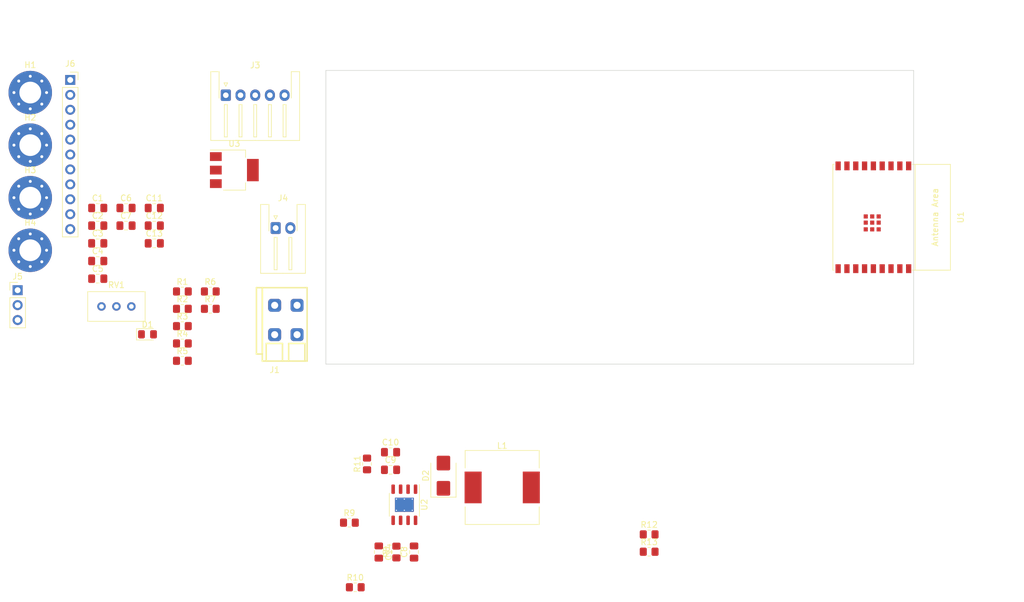
<source format=kicad_pcb>
(kicad_pcb (version 20221018) (generator pcbnew)
  (layers (0 "F.Cu" signal) (31 "B.Cu" signal) (34 "B.Paste" user) (35 "F.Paste" user) (36 "B.SilkS" user "B.Silkscreen") (37 "F.SilkS" user "F.Silkscreen") (38 "B.Mask" user) (39 "F.Mask" user) (44 "Edge.Cuts" user))
  (net 0 "")
  (net 1 "GND")
  (net 2 "Net-(U1-GPIO0{slash}ADC1_CH0{slash}XTAL_32K_P)")
  (net 3 "Net-(U1-GPIO1{slash}ADC1_CH1{slash}XTAL_32K_N)")
  (net 4 "Net-(J4-Pin_2)")
  (net 5 "Net-(J3-Pin_4)")
  (net 6 "+3V3")
  (net 7 "Net-(U1-EN{slash}CHIP_PU)")
  (net 8 "Net-(D2-K)")
  (net 9 "Net-(U2-BST)")
  (net 10 "Net-(C9-Pad1)")
  (net 11 "Net-(U2-VC)")
  (net 12 "+5V")
  (net 13 "+BATT")
  (net 14 "Net-(D1-A)")
  (net 15 "Net-(J3-Pin_3)")
  (net 16 "/USB_D+")
  (net 17 "/USB_D-")
  (net 20 "/LCD_BL")
  (net 21 "/LCD_SCK")
  (net 22 "/LCD_SDI")
  (net 23 "/LCD_RS")
  (net 24 "/LCD_RST")
  (net 25 "/LCD_SS")
  (net 26 "/LED")
  (net 27 "Net-(U2-EN)")
  (net 28 "Net-(U2-RT)")
  (net 29 "Net-(U2-FB)")
  (footprint "Capacitor_SMD:C_0805_2012Metric_Pad1.18x1.45mm_HandSolder" (layer "F.Cu") (at 56.185 92.445)
    (fp_text reference "C4" (at 0 -1.68) (layer "F.SilkS"))
    (fp_text value "1u")
    (fp_line (start -0.261252 -0.735) (end 0.261252 -0.735) (stroke (width 0.12)) (layer "F.SilkS"))
    (fp_line (start -0.261252 0.735) (end 0.261252 0.735) (stroke (width 0.12)) (layer "F.SilkS"))
    (pad "1" smd roundrect (at -1.0375 0) (size 1.175 1.45) (layers "F.Cu" "F.Paste" "F.Mask") (roundrect_rratio 0.212766) (net 1 "GND"))
    (pad "2" smd roundrect (at 1.0375 0) (size 1.175 1.45) (layers "F.Cu" "F.Paste" "F.Mask") (roundrect_rratio 0.212766) (net 5 "Net-(J3-Pin_4)"))
  )
  (footprint "MountingHole:MountingHole_3.7mm_Pad_Via" (layer "F.Cu") (at 44.705 90.615)
    (fp_text reference "H4" (at 0 -4.7) (layer "F.SilkS"))
    (fp_text value "MountingHole")
    (pad "1" thru_hole circle (at -2.775 0) (size 0.8 0.8) (drill 0.5) (layers "*.Cu" "*.Mask"))
    (pad "1" thru_hole circle (at -1.962221 -1.962221) (size 0.8 0.8) (drill 0.5) (layers "*.Cu" "*.Mask"))
    (pad "1" thru_hole circle (at -1.962221 1.962221) (size 0.8 0.8) (drill 0.5) (layers "*.Cu" "*.Mask"))
    (pad "1" thru_hole circle (at 0 -2.775) (size 0.8 0.8) (drill 0.5) (layers "*.Cu" "*.Mask"))
    (pad "1" thru_hole circle (at 0 0) (size 7.4 7.4) (drill 3.7) (layers "*.Cu" "*.Mask"))
    (pad "1" thru_hole circle (at 0 2.775) (size 0.8 0.8) (drill 0.5) (layers "*.Cu" "*.Mask"))
    (pad "1" thru_hole circle (at 1.962221 -1.962221) (size 0.8 0.8) (drill 0.5) (layers "*.Cu" "*.Mask"))
    (pad "1" thru_hole circle (at 1.962221 1.962221) (size 0.8 0.8) (drill 0.5) (layers "*.Cu" "*.Mask"))
    (pad "1" thru_hole circle (at 2.775 0) (size 0.8 0.8) (drill 0.5) (layers "*.Cu" "*.Mask"))
  )
  (footprint "Capacitor_SMD:C_0805_2012Metric_Pad1.18x1.45mm_HandSolder" (layer "F.Cu") (at 110 142 90)
    (fp_text reference "C8" (at 0 -1.68 90) (layer "F.SilkS"))
    (fp_text value "100n")
    (fp_line (start -0.261252 -0.735) (end 0.261252 -0.735) (stroke (width 0.12)) (layer "F.SilkS"))
    (fp_line (start -0.261252 0.735) (end 0.261252 0.735) (stroke (width 0.12)) (layer "F.SilkS"))
    (pad "1" smd roundrect (at -1.0375 0 90) (size 1.175 1.45) (layers "F.Cu" "F.Paste" "F.Mask") (roundrect_rratio 0.212766) (net 8 "Net-(D2-K)"))
    (pad "2" smd roundrect (at 1.0375 0 90) (size 1.175 1.45) (layers "F.Cu" "F.Paste" "F.Mask") (roundrect_rratio 0.212766) (net 9 "Net-(U2-BST)"))
  )
  (footprint "Resistor_SMD:R_0805_2012Metric_Pad1.20x1.40mm_HandSolder" (layer "F.Cu") (at 70.585 106.485)
    (fp_text reference "R4" (at 0 -1.65) (layer "F.SilkS"))
    (fp_text value "100k")
    (fp_line (start -0.227064 -0.735) (end 0.227064 -0.735) (stroke (width 0.12)) (layer "F.SilkS"))
    (fp_line (start -0.227064 0.735) (end 0.227064 0.735) (stroke (width 0.12)) (layer "F.SilkS"))
    (pad "1" smd roundrect (at -1 0) (size 1.2 1.4) (layers "F.Cu" "F.Paste" "F.Mask") (roundrect_rratio 0.208333) (net 3 "Net-(U1-GPIO1{slash}ADC1_CH1{slash}XTAL_32K_N)"))
    (pad "2" smd roundrect (at 1 0) (size 1.2 1.4) (layers "F.Cu" "F.Paste" "F.Mask") (roundrect_rratio 0.208333) (net 1 "GND"))
  )
  (footprint "Capacitor_SMD:C_0805_2012Metric_Pad1.18x1.45mm_HandSolder" (layer "F.Cu") (at 56.185 89.435)
    (fp_text reference "C3" (at 0 -1.68) (layer "F.SilkS"))
    (fp_text value "1u")
    (fp_line (start -0.261252 -0.735) (end 0.261252 -0.735) (stroke (width 0.12)) (layer "F.SilkS"))
    (fp_line (start -0.261252 0.735) (end 0.261252 0.735) (stroke (width 0.12)) (layer "F.SilkS"))
    (pad "1" smd roundrect (at -1.0375 0) (size 1.175 1.45) (layers "F.Cu" "F.Paste" "F.Mask") (roundrect_rratio 0.212766) (net 1 "GND"))
    (pad "2" smd roundrect (at 1.0375 0) (size 1.175 1.45) (layers "F.Cu" "F.Paste" "F.Mask") (roundrect_rratio 0.212766) (net 4 "Net-(J4-Pin_2)"))
  )
  (footprint "Capacitor_SMD:C_0805_2012Metric_Pad1.18x1.45mm_HandSolder" (layer "F.Cu") (at 106 125)
    (fp_text reference "C10" (at 0 -1.68) (layer "F.SilkS"))
    (fp_text value "???")
    (fp_line (start -0.261252 -0.735) (end 0.261252 -0.735) (stroke (width 0.12)) (layer "F.SilkS"))
    (fp_line (start -0.261252 0.735) (end 0.261252 0.735) (stroke (width 0.12)) (layer "F.SilkS"))
    (pad "1" smd roundrect (at -1.0375 0) (size 1.175 1.45) (layers "F.Cu" "F.Paste" "F.Mask") (roundrect_rratio 0.212766) (net 1 "GND"))
    (pad "2" smd roundrect (at 1.0375 0) (size 1.175 1.45) (layers "F.Cu" "F.Paste" "F.Mask") (roundrect_rratio 0.212766) (net 11 "Net-(U2-VC)"))
  )
  (footprint "Resistor_SMD:R_0805_2012Metric_Pad1.20x1.40mm_HandSolder" (layer "F.Cu") (at 150 141.95)
    (fp_text reference "R13" (at 0 -1.65) (layer "F.SilkS"))
    (fp_text value "750R")
    (fp_line (start -0.227064 -0.735) (end 0.227064 -0.735) (stroke (width 0.12)) (layer "F.SilkS"))
    (fp_line (start -0.227064 0.735) (end 0.227064 0.735) (stroke (width 0.12)) (layer "F.SilkS"))
    (pad "1" smd roundrect (at -1 0) (size 1.2 1.4) (layers "F.Cu" "F.Paste" "F.Mask") (roundrect_rratio 0.208333) (net 29 "Net-(U2-FB)"))
    (pad "2" smd roundrect (at 1 0) (size 1.2 1.4) (layers "F.Cu" "F.Paste" "F.Mask") (roundrect_rratio 0.208333) (net 1 "GND"))
  )
  (footprint "Resistor_SMD:R_0805_2012Metric_Pad1.20x1.40mm_HandSolder" (layer "F.Cu") (at 75.335 97.635)
    (fp_text reference "R6" (at 0 -1.65) (layer "F.SilkS"))
    (fp_text value "10k")
    (fp_line (start -0.227064 -0.735) (end 0.227064 -0.735) (stroke (width 0.12)) (layer "F.SilkS"))
    (fp_line (start -0.227064 0.735) (end 0.227064 0.735) (stroke (width 0.12)) (layer "F.SilkS"))
    (pad "1" smd roundrect (at -1 0) (size 1.2 1.4) (layers "F.Cu" "F.Paste" "F.Mask") (roundrect_rratio 0.208333) (net 6 "+3V3"))
    (pad "2" smd roundrect (at 1 0) (size 1.2 1.4) (layers "F.Cu" "F.Paste" "F.Mask") (roundrect_rratio 0.208333) (net 7 "Net-(U1-EN{slash}CHIP_PU)"))
  )
  (footprint "Resistor_SMD:R_0805_2012Metric_Pad1.20x1.40mm_HandSolder" (layer "F.Cu") (at 70.585 100.585)
    (fp_text reference "R2" (at 0 -1.65) (layer "F.SilkS"))
    (fp_text value "3k9")
    (fp_line (start -0.227064 -0.735) (end 0.227064 -0.735) (stroke (width 0.12)) (layer "F.SilkS"))
    (fp_line (start -0.227064 0.735) (end 0.227064 0.735) (stroke (width 0.12)) (layer "F.SilkS"))
    (pad "1" smd roundrect (at -1 0) (size 1.2 1.4) (layers "F.Cu" "F.Paste" "F.Mask") (roundrect_rratio 0.208333) (net 2 "Net-(U1-GPIO0{slash}ADC1_CH0{slash}XTAL_32K_P)"))
    (pad "2" smd roundrect (at 1 0) (size 1.2 1.4) (layers "F.Cu" "F.Paste" "F.Mask") (roundrect_rratio 0.208333) (net 1 "GND"))
  )
  (footprint "Capacitor_SMD:C_0805_2012Metric_Pad1.18x1.45mm_HandSolder" (layer "F.Cu") (at 104 142 -90)
    (fp_text reference "C14" (at 0 -1.68 90) (layer "F.SilkS"))
    (fp_text value "10u/100V")
    (fp_line (start -0.261252 -0.735) (end 0.261252 -0.735) (stroke (width 0.12)) (layer "F.SilkS"))
    (fp_line (start -0.261252 0.735) (end 0.261252 0.735) (stroke (width 0.12)) (layer "F.SilkS"))
    (pad "1" smd roundrect (at -1.0375 0 270) (size 1.175 1.45) (layers "F.Cu" "F.Paste" "F.Mask") (roundrect_rratio 0.212766) (net 1 "GND"))
    (pad "2" smd roundrect (at 1.0375 0 270) (size 1.175 1.45) (layers "F.Cu" "F.Paste" "F.Mask") (roundrect_rratio 0.212766) (net 13 "+BATT"))
  )
  (footprint "Drake:DG235-3.81-02P" (layer "F.Cu") (at 86.287 99.987)
    (fp_text reference "J1" (at 0 11) (layer "F.SilkS"))
    (fp_text value "BATT")
    (fp_line (start -3.1 -3) (end -3.099999 8.301751) (stroke (width 0.254)) (layer "F.SilkS"))
    (fp_line (start -3.1 -3) (end -2.1 -3) (stroke (width 0.254)) (layer "F.SilkS"))
    (fp_line (start -3.099999 8.301751) (end -2.1 8.301751) (stroke (width 0.254)) (layer "F.SilkS"))
    (fp_line (start -2.1 -3) (end -2.1 8.301751) (stroke (width 0.254)) (layer "F.SilkS"))
    (fp_line (start -2.1 -3) (end -2.1 9.5) (stroke (width 0.254)) (layer "F.SilkS"))
    (fp_line (start -2.1 -3) (end 5.52 -3) (stroke (width 0.254)) (layer "F.SilkS"))
    (fp_line (start -2.1 9.5) (end 5.52 9.499999) (stroke (width 0.254)) (layer "F.SilkS"))
    (fp_line (start -1.432999 9.5) (end -1.432999 6.5) (stroke (width 0.254)) (layer "F.SilkS"))
    (fp_line (start 1.329 6.5) (end -1.432999 6.5) (stroke (width 0.254)) (layer "F.SilkS"))
    (fp_line (start 1.329 9.5) (end 1.329 6.5) (stroke (width 0.254)) (layer "F.SilkS"))
    (fp_line (start 2.377 9.5) (end 2.377 6.5) (stroke (width 0.254)) (layer "F.SilkS"))
    (fp_line (start 5.139 6.5) (end 2.377 6.5) (stroke (width 0.254)) (layer "F.SilkS"))
    (fp_line (start 5.139 9.5) (end 5.139 6.5) (stroke (width 0.254)) (layer "F.SilkS"))
    (fp_line (start 5.52 -3) (end 5.52 9.499999) (stroke (width 0.254)) (layer "F.SilkS"))
    (pad "1" thru_hole roundrect (at 0 0) (size 2.2 2.2) (drill 1.2) (layers "*.Cu" "*.Mask") (net 1 "GND"))
    (pad "1" thru_hole roundrect (at 0 5) (size 2.2 2.2) (drill 1.2) (layers "*.Cu" "*.Mask") (net 1 "GND"))
    (pad "2" thru_hole roundrect (at 3.81 0) (size 2.2 2.2) (drill 1.2) (layers "*.Cu" "*.Mask") (net 13 "+BATT"))
    (pad "2" thru_hole roundrect (at 3.81 5) (size 2.2 2.2) (drill 1.2) (layers "*.Cu" "*.Mask") (net 13 "+BATT"))
  )
  (footprint "Resistor_SMD:R_0805_2012Metric_Pad1.20x1.40mm_HandSolder" (layer "F.Cu") (at 100 148)
    (fp_text reference "R10" (at 0 -1.65) (layer "F.SilkS"))
    (fp_text value "47k")
    (fp_line (start -0.227064 -0.735) (end 0.227064 -0.735) (stroke (width 0.12)) (layer "F.SilkS"))
    (fp_line (start -0.227064 0.735) (end 0.227064 0.735) (stroke (width 0.12)) (layer "F.SilkS"))
    (pad "1" smd roundrect (at -1 0) (size 1.2 1.4) (layers "F.Cu" "F.Paste" "F.Mask") (roundrect_rratio 0.208333) (net 28 "Net-(U2-RT)"))
    (pad "2" smd roundrect (at 1 0) (size 1.2 1.4) (layers "F.Cu" "F.Paste" "F.Mask") (roundrect_rratio 0.208333) (net 1 "GND"))
  )
  (footprint "Resistor_SMD:R_0805_2012Metric_Pad1.20x1.40mm_HandSolder" (layer "F.Cu") (at 150 139)
    (fp_text reference "R12" (at 0 -1.65) (layer "F.SilkS"))
    (fp_text value "3k")
    (fp_line (start -0.227064 -0.735) (end 0.227064 -0.735) (stroke (width 0.12)) (layer "F.SilkS"))
    (fp_line (start -0.227064 0.735) (end 0.227064 0.735) (stroke (width 0.12)) (layer "F.SilkS"))
    (pad "1" smd roundrect (at -1 0) (size 1.2 1.4) (layers "F.Cu" "F.Paste" "F.Mask") (roundrect_rratio 0.208333) (net 12 "+5V"))
    (pad "2" smd roundrect (at 1 0) (size 1.2 1.4) (layers "F.Cu" "F.Paste" "F.Mask") (roundrect_rratio 0.208333) (net 29 "Net-(U2-FB)"))
  )
  (footprint "MountingHole:MountingHole_3.7mm_Pad_Via" (layer "F.Cu") (at 44.705 63.765)
    (fp_text reference "H1" (at 0 -4.7) (layer "F.SilkS"))
    (fp_text value "MountingHole")
    (pad "1" thru_hole circle (at -2.775 0) (size 0.8 0.8) (drill 0.5) (layers "*.Cu" "*.Mask"))
    (pad "1" thru_hole circle (at -1.962221 -1.962221) (size 0.8 0.8) (drill 0.5) (layers "*.Cu" "*.Mask"))
    (pad "1" thru_hole circle (at -1.962221 1.962221) (size 0.8 0.8) (drill 0.5) (layers "*.Cu" "*.Mask"))
    (pad "1" thru_hole circle (at 0 -2.775) (size 0.8 0.8) (drill 0.5) (layers "*.Cu" "*.Mask"))
    (pad "1" thru_hole circle (at 0 0) (size 7.4 7.4) (drill 3.7) (layers "*.Cu" "*.Mask"))
    (pad "1" thru_hole circle (at 0 2.775) (size 0.8 0.8) (drill 0.5) (layers "*.Cu" "*.Mask"))
    (pad "1" thru_hole circle (at 1.962221 -1.962221) (size 0.8 0.8) (drill 0.5) (layers "*.Cu" "*.Mask"))
    (pad "1" thru_hole circle (at 1.962221 1.962221) (size 0.8 0.8) (drill 0.5) (layers "*.Cu" "*.Mask"))
    (pad "1" thru_hole circle (at 2.775 0) (size 0.8 0.8) (drill 0.5) (layers "*.Cu" "*.Mask"))
  )
  (footprint "Resistor_SMD:R_0805_2012Metric_Pad1.20x1.40mm_HandSolder" (layer "F.Cu") (at 99 137)
    (fp_text reference "R9" (at 0 -1.65) (layer "F.SilkS"))
    (fp_text value "20k")
    (fp_line (start -0.227064 -0.735) (end 0.227064 -0.735) (stroke (width 0.12)) (layer "F.SilkS"))
    (fp_line (start -0.227064 0.735) (end 0.227064 0.735) (stroke (width 0.12)) (layer "F.SilkS"))
    (pad "1" smd roundrect (at -1 0) (size 1.2 1.4) (layers "F.Cu" "F.Paste" "F.Mask") (roundrect_rratio 0.208333) (net 27 "Net-(U2-EN)"))
    (pad "2" smd roundrect (at 1 0) (size 1.2 1.4) (layers "F.Cu" "F.Paste" "F.Mask") (roundrect_rratio 0.208333) (net 1 "GND"))
  )
  (footprint "LED_SMD:LED_0805_2012Metric_Pad1.15x1.40mm_HandSolder" (layer "F.Cu") (at 64.65 104.93)
    (fp_text reference "D1" (at 0 -1.65) (layer "F.SilkS"))
    (fp_text value "LED")
    (fp_line (start -1.86 -0.96) (end -1.86 0.96) (stroke (width 0.12)) (layer "F.SilkS"))
    (fp_line (start -1.86 0.96) (end 1 0.96) (stroke (width 0.12)) (layer "F.SilkS"))
    (fp_line (start 1 -0.96) (end -1.86 -0.96) (stroke (width 0.12)) (layer "F.SilkS"))
    (pad "1" smd roundrect (at -1.025 0) (size 1.15 1.4) (layers "F.Cu" "F.Paste" "F.Mask") (roundrect_rratio 0.217391) (net 1 "GND"))
    (pad "2" smd roundrect (at 1.025 0) (size 1.15 1.4) (layers "F.Cu" "F.Paste" "F.Mask") (roundrect_rratio 0.217391) (net 14 "Net-(D1-A)"))
  )
  (footprint "Capacitor_SMD:C_0805_2012Metric_Pad1.18x1.45mm_HandSolder" (layer "F.Cu") (at 56.185 95.455)
    (fp_text reference "C5" (at 0 -1.68) (layer "F.SilkS"))
    (fp_text value "47u")
    (fp_line (start -0.261252 -0.735) (end 0.261252 -0.735) (stroke (width 0.12)) (layer "F.SilkS"))
    (fp_line (start -0.261252 0.735) (end 0.261252 0.735) (stroke (width 0.12)) (layer "F.SilkS"))
    (pad "1" smd roundrect (at -1.0375 0) (size 1.175 1.45) (layers "F.Cu" "F.Paste" "F.Mask") (roundrect_rratio 0.212766) (net 1 "GND"))
    (pad "2" smd roundrect (at 1.0375 0) (size 1.175 1.45) (layers "F.Cu" "F.Paste" "F.Mask") (roundrect_rratio 0.212766) (net 6 "+3V3"))
  )
  (footprint "Capacitor_SMD:C_0805_2012Metric_Pad1.18x1.45mm_HandSolder" (layer "F.Cu") (at 65.805 83.415)
    (fp_text reference "C11" (at 0 -1.68) (layer "F.SilkS"))
    (fp_text value "47u")
    (fp_line (start -0.261252 -0.735) (end 0.261252 -0.735) (stroke (width 0.12)) (layer "F.SilkS"))
    (fp_line (start -0.261252 0.735) (end 0.261252 0.735) (stroke (width 0.12)) (layer "F.SilkS"))
    (pad "1" smd roundrect (at -1.0375 0) (size 1.175 1.45) (layers "F.Cu" "F.Paste" "F.Mask") (roundrect_rratio 0.212766) (net 1 "GND"))
    (pad "2" smd roundrect (at 1.0375 0) (size 1.175 1.45) (layers "F.Cu" "F.Paste" "F.Mask") (roundrect_rratio 0.212766) (net 12 "+5V"))
  )
  (footprint "Inductor_SMD:L_12x12mm_H6mm" (layer "F.Cu") (at 125 131)
    (fp_text reference "L1" (at 0 -7.1) (layer "F.SilkS"))
    (fp_text value "33uH")
    (fp_line (start -6.3 -6.3) (end 6.3 -6.3) (stroke (width 0.12)) (layer "F.SilkS"))
    (fp_line (start -6.3 -3.3) (end -6.3 -6.3) (stroke (width 0.12)) (layer "F.SilkS"))
    (fp_line (start -6.3 6.3) (end -6.3 3.3) (stroke (width 0.12)) (layer "F.SilkS"))
    (fp_line (start 6.3 -6.3) (end 6.3 -3.3) (stroke (width 0.12)) (layer "F.SilkS"))
    (fp_line (start 6.3 3.3) (end 6.3 6.3) (stroke (width 0.12)) (layer "F.SilkS"))
    (fp_line (start 6.3 6.3) (end -6.3 6.3) (stroke (width 0.12)) (layer "F.SilkS"))
    (pad "1" smd rect (at -4.95 0) (size 2.9 5.4) (layers "F.Cu" "F.Paste" "F.Mask") (net 8 "Net-(D2-K)"))
    (pad "2" smd rect (at 4.95 0) (size 2.9 5.4) (layers "F.Cu" "F.Paste" "F.Mask") (net 12 "+5V"))
  )
  (footprint "Capacitor_SMD:C_0805_2012Metric_Pad1.18x1.45mm_HandSolder" (layer "F.Cu") (at 65.805 89.435)
    (fp_text reference "C13" (at 0 -1.68) (layer "F.SilkS"))
    (fp_text value "10u")
    (fp_line (start -0.261252 -0.735) (end 0.261252 -0.735) (stroke (width 0.12)) (layer "F.SilkS"))
    (fp_line (start -0.261252 0.735) (end 0.261252 0.735) (stroke (width 0.12)) (layer "F.SilkS"))
    (pad "1" smd roundrect (at -1.0375 0) (size 1.175 1.45) (layers "F.Cu" "F.Paste" "F.Mask") (roundrect_rratio 0.212766) (net 1 "GND"))
    (pad "2" smd roundrect (at 1.0375 0) (size 1.175 1.45) (layers "F.Cu" "F.Paste" "F.Mask") (roundrect_rratio 0.212766) (net 6 "+3V3"))
  )
  (footprint "Potentiometer_THT:Potentiometer_Bourns_3296W_Vertical" (layer "F.Cu") (at 61.905 100.185)
    (fp_text reference "RV1" (at -2.54 -3.66) (layer "F.SilkS"))
    (fp_text value "10k")
    (fp_line (start -7.425 -2.53) (end -7.425 2.54) (stroke (width 0.12)) (layer "F.SilkS"))
    (fp_line (start -7.425 -2.53) (end 2.345 -2.53) (stroke (width 0.12)) (layer "F.SilkS"))
    (fp_line (start -7.425 2.54) (end 2.345 2.54) (stroke (width 0.12)) (layer "F.SilkS"))
    (fp_line (start 2.345 -2.53) (end 2.345 2.54) (stroke (width 0.12)) (layer "F.SilkS"))
    (pad "1" thru_hole circle (at 0 0) (size 1.44 1.44) (drill 0.8) (layers "*.Cu" "*.Mask") (net 1 "GND"))
    (pad "2" thru_hole circle (at -2.54 0) (size 1.44 1.44) (drill 0.8) (layers "*.Cu" "*.Mask") (net 5 "Net-(J3-Pin_4)"))
    (pad "3" thru_hole circle (at -5.08 0) (size 1.44 1.44) (drill 0.8) (layers "*.Cu" "*.Mask") (net 12 "+5V"))
  )
  (footprint "Package_SO:HTSOP-8-1EP_3.9x4.9mm_P1.27mm_EP2.4x3.2mm_ThermalVias" (layer "F.Cu") (at 108.35 133.95 -90)
    (fp_text reference "U2" (at 0 -3.4 90) (layer "F.SilkS"))
    (fp_text value "BD9G341EFJ")
    (fp_line (start 0 -2.56) (end -3.45 -2.56) (stroke (width 0.12)) (layer "F.SilkS"))
    (fp_line (start 0 -2.56) (end 1.95 -2.56) (stroke (width 0.12)) (layer "F.SilkS"))
    (fp_line (start 0 2.56) (end -1.95 2.56) (stroke (width 0.12)) (layer "F.SilkS"))
    (fp_line (start 0 2.56) (end 1.95 2.56) (stroke (width 0.12)) (layer "F.SilkS"))
    (pad "1" smd roundrect (at -2.65 -1.905 270) (size 1.6 0.6) (layers "F.Cu" "F.Paste" "F.Mask") (net 8 "Net-(D2-K)"))
    (pad "2" smd roundrect (at -2.65 -0.635 270) (size 1.6 0.6) (layers "F.Cu" "F.Paste" "F.Mask") (net 1 "GND"))
    (pad "3" smd roundrect (at -2.65 0.635 270) (size 1.6 0.6) (layers "F.Cu" "F.Paste" "F.Mask") (net 11 "Net-(U2-VC)"))
    (pad "4" smd roundrect (at -2.65 1.905 270) (size 1.6 0.6) (layers "F.Cu" "F.Paste" "F.Mask") (net 29 "Net-(U2-FB)"))
    (pad "5" smd roundrect (at 2.65 1.905 270) (size 1.6 0.6) (layers "F.Cu" "F.Paste" "F.Mask") (net 28 "Net-(U2-RT)"))
    (pad "6" smd roundrect (at 2.65 0.635 270) (size 1.6 0.6) (layers "F.Cu" "F.Paste" "F.Mask") (net 27 "Net-(U2-EN)"))
    (pad "7" smd roundrect (at 2.65 -0.635 270) (size 1.6 0.6) (layers "F.Cu" "F.Paste" "F.Mask") (net 9 "Net-(U2-BST)"))
    (pad "8" smd roundrect (at 2.65 -1.905 270) (size 1.6 0.6) (layers "F.Cu" "F.Paste" "F.Mask") (net 13 "+BATT"))
    (pad "9" thru_hole circle (at -0.95 -1.35 270) (size 0.5 0.5) (drill 0.2) (layers "*.Cu"))
    (pad "9" thru_hole circle (at -0.95 0 270) (size 0.5 0.5) (drill 0.2) (layers "*.Cu"))
    (pad "9" thru_hole circle (at -0.95 1.35 270) (size 0.5 0.5) (drill 0.2) (layers "*.Cu"))
    (pad "9" smd rect (at 0 0 270) (size 2.4 3.2) (layers "F.Cu" "F.Mask"))
    (pad "9" smd rect (at 0 0 270) (size 2.4 3.2) (layers "B.Cu"))
    (pad "9" thru_hole circle (at 0.95 -1.35 270) (size 0.5 0.5) (drill 0.2) (layers "*.Cu"))
    (pad "9" thru_hole circle (at 0.95 0 270) (size 0.5 0.5) (drill 0.2) (layers "*.Cu"))
    (pad "9" thru_hole circle (at 0.95 1.35 270) (size 0.5 0.5) (drill 0.2) (layers "*.Cu"))
  )
  (footprint "Resistor_SMD:R_0805_2012Metric_Pad1.20x1.40mm_HandSolder" (layer "F.Cu") (at 70.585 103.535)
    (fp_text reference "R3" (at 0 -1.65) (layer "F.SilkS"))
    (fp_text value "27k")
    (fp_line (start -0.227064 -0.735) (end 0.227064 -0.735) (stroke (width 0.12)) (layer "F.SilkS"))
    (fp_line (start -0.227064 0.735) (end 0.227064 0.735) (stroke (width 0.12)) (layer "F.SilkS"))
    (pad "1" smd roundrect (at -1 0) (size 1.2 1.4) (layers "F.Cu" "F.Paste" "F.Mask") (roundrect_rratio 0.208333) (net 15 "Net-(J3-Pin_3)"))
    (pad "2" smd roundrect (at 1 0) (size 1.2 1.4) (layers "F.Cu" "F.Paste" "F.Mask") (roundrect_rratio 0.208333) (net 3 "Net-(U1-GPIO1{slash}ADC1_CH1{slash}XTAL_32K_N)"))
  )
  (footprint "Resistor_SMD:R_0805_2012Metric_Pad1.20x1.40mm_HandSolder" (layer "F.Cu") (at 70.585 109.435)
    (fp_text reference "R5" (at 0 -1.65) (layer "F.SilkS"))
    (fp_text value "27k")
    (fp_line (start -0.227064 -0.735) (end 0.227064 -0.735) (stroke (width 0.12)) (layer "F.SilkS"))
    (fp_line (start -0.227064 0.735) (end 0.227064 0.735) (stroke (width 0.12)) (layer "F.SilkS"))
    (pad "1" smd roundrect (at -1 0) (size 1.2 1.4) (layers "F.Cu" "F.Paste" "F.Mask") (roundrect_rratio 0.208333) (net 6 "+3V3"))
    (pad "2" smd roundrect (at 1 0) (size 1.2 1.4) (layers "F.Cu" "F.Paste" "F.Mask") (roundrect_rratio 0.208333) (net 4 "Net-(J4-Pin_2)"))
  )
  (footprint "Capacitor_SMD:C_0805_2012Metric_Pad1.18x1.45mm_HandSolder" (layer "F.Cu") (at 56.185 86.425)
    (fp_text reference "C2" (at 0 -1.68) (layer "F.SilkS"))
    (fp_text value "1u")
    (fp_line (start -0.261252 -0.735) (end 0.261252 -0.735) (stroke (width 0.12)) (layer "F.SilkS"))
    (fp_line (start -0.261252 0.735) (end 0.261252 0.735) (stroke (width 0.12)) (layer "F.SilkS"))
    (pad "1" smd roundrect (at -1.0375 0) (size 1.175 1.45) (layers "F.Cu" "F.Paste" "F.Mask") (roundrect_rratio 0.212766) (net 1 "GND"))
    (pad "2" smd roundrect (at 1.0375 0) (size 1.175 1.45) (layers "F.Cu" "F.Paste" "F.Mask") (roundrect_rratio 0.212766) (net 3 "Net-(U1-GPIO1{slash}ADC1_CH1{slash}XTAL_32K_N)"))
  )
  (footprint "Capacitor_SMD:C_0805_2012Metric_Pad1.18x1.45mm_HandSolder" (layer "F.Cu") (at 56.185 83.415)
    (fp_text reference "C1" (at 0 -1.68) (layer "F.SilkS"))
    (fp_text value "1u")
    (fp_line (start -0.261252 -0.735) (end 0.261252 -0.735) (stroke (width 0.12)) (layer "F.SilkS"))
    (fp_line (start -0.261252 0.735) (end 0.261252 0.735) (stroke (width 0.12)) (layer "F.SilkS"))
    (pad "1" smd roundrect (at -1.0375 0) (size 1.175 1.45) (layers "F.Cu" "F.Paste" "F.Mask") (roundrect_rratio 0.212766) (net 1 "GND"))
    (pad "2" smd roundrect (at 1.0375 0) (size 1.175 1.45) (layers "F.Cu" "F.Paste" "F.Mask") (roundrect_rratio 0.212766) (net 2 "Net-(U1-GPIO0{slash}ADC1_CH0{slash}XTAL_32K_P)"))
  )
  (footprint "Capacitor_SMD:C_0805_2012Metric_Pad1.18x1.45mm_HandSolder" (layer "F.Cu") (at 106 128)
    (fp_text reference "C9" (at 0 -1.68) (layer "F.SilkS"))
    (fp_text value "6n8")
    (fp_line (start -0.261252 -0.735) (end 0.261252 -0.735) (stroke (width 0.12)) (layer "F.SilkS"))
    (fp_line (start -0.261252 0.735) (end 0.261252 0.735) (stroke (width 0.12)) (layer "F.SilkS"))
    (pad "1" smd roundrect (at -1.0375 0) (size 1.175 1.45) (layers "F.Cu" "F.Paste" "F.Mask") (roundrect_rratio 0.212766) (net 10 "Net-(C9-Pad1)"))
    (pad "2" smd roundrect (at 1.0375 0) (size 1.175 1.45) (layers "F.Cu" "F.Paste" "F.Mask") (roundrect_rratio 0.212766) (net 11 "Net-(U2-VC)"))
  )
  (footprint "Capacitor_SMD:C_0805_2012Metric_Pad1.18x1.45mm_HandSolder" (layer "F.Cu") (at 65.805 86.425)
    (fp_text reference "C12" (at 0 -1.68) (layer "F.SilkS"))
    (fp_text value "47u")
    (fp_line (start -0.261252 -0.735) (end 0.261252 -0.735) (stroke (width 0.12)) (layer "F.SilkS"))
    (fp_line (start -0.261252 0.735) (end 0.261252 0.735) (stroke (width 0.12)) (layer "F.SilkS"))
    (pad "1" smd roundrect (at -1.0375 0) (size 1.175 1.45) (layers "F.Cu" "F.Paste" "F.Mask") (roundrect_rratio 0.212766) (net 1 "GND"))
    (pad "2" smd roundrect (at 1.0375 0) (size 1.175 1.45) (layers "F.Cu" "F.Paste" "F.Mask") (roundrect_rratio 0.212766) (net 12 "+5V"))
  )
  (footprint "Capacitor_SMD:C_0805_2012Metric_Pad1.18x1.45mm_HandSolder" (layer "F.Cu") (at 60.995 83.415)
    (fp_text reference "C6" (at 0 -1.68) (layer "F.SilkS"))
    (fp_text value "1u")
    (fp_line (start -0.261252 -0.735) (end 0.261252 -0.735) (stroke (width 0.12)) (layer "F.SilkS"))
    (fp_line (start -0.261252 0.735) (end 0.261252 0.735) (stroke (width 0.12)) (layer "F.SilkS"))
    (pad "1" smd roundrect (at -1.0375 0) (size 1.175 1.45) (layers "F.Cu" "F.Paste" "F.Mask") (roundrect_rratio 0.212766) (net 1 "GND"))
    (pad "2" smd roundrect (at 1.0375 0) (size 1.175 1.45) (layers "F.Cu" "F.Paste" "F.Mask") (roundrect_rratio 0.212766) (net 7 "Net-(U1-EN{slash}CHIP_PU)"))
  )
  (footprint "Connector_PinSocket_2.54mm:PinSocket_1x11_P2.54mm_Vertical" (layer "F.Cu") (at 51.505 61.615)
    (fp_text reference "J6" (at 0 -2.77) (layer "F.SilkS"))
    (fp_text value "ILI9225")
    (fp_line (start -1.33 1.27) (end -1.33 26.73) (stroke (width 0.12)) (layer "F.SilkS"))
    (fp_line (start -1.33 1.27) (end 1.33 1.27) (stroke (width 0.12)) (layer "F.SilkS"))
    (fp_line (start -1.33 26.73) (end 1.33 26.73) (stroke (width 0.12)) (layer "F.SilkS"))
    (fp_line (start 0 -1.33) (end 1.33 -1.33) (stroke (width 0.12)) (layer "F.SilkS"))
    (fp_line (start 1.33 -1.33) (end 1.33 0) (stroke (width 0.12)) (layer "F.SilkS"))
    (fp_line (start 1.33 1.27) (end 1.33 26.73) (stroke (width 0.12)) (layer "F.SilkS"))
    (pad "1" thru_hole rect (at 0 0) (size 1.7 1.7) (drill 1) (layers "*.Cu" "*.Mask") (net 12 "+5V"))
    (pad "2" thru_hole oval (at 0 2.54) (size 1.7 1.7) (drill 1) (layers "*.Cu" "*.Mask") (net 1 "GND"))
    (pad "3" thru_hole oval (at 0 5.08) (size 1.7 1.7) (drill 1) (layers "*.Cu" "*.Mask") (net 1 "GND"))
    (pad "4" thru_hole oval (at 0 7.62) (size 1.7 1.7) (drill 1) (layers "*.Cu" "*.Mask"))
    (pad "5" thru_hole oval (at 0 10.16) (size 1.7 1.7) (drill 1) (layers "*.Cu" "*.Mask"))
    (pad "6" thru_hole oval (at 0 12.7) (size 1.7 1.7) (drill 1) (layers "*.Cu" "*.Mask") (net 20 "/LCD_BL"))
    (pad "7" thru_hole oval (at 0 15.24) (size 1.7 1.7) (drill 1) (layers "*.Cu" "*.Mask") (net 21 "/LCD_SCK"))
    (pad "8" thru_hole oval (at 0 17.78) (size 1.7 1.7) (drill 1) (layers "*.Cu" "*.Mask") (net 22 "/LCD_SDI"))
    (pad "9" thru_hole oval (at 0 20.32) (size 1.7 1.7) (drill 1) (layers "*.Cu" "*.Mask") (net 23 "/LCD_RS"))
    (pad "10" thru_hole oval (at 0 22.86) (size 1.7 1.7) (drill 1) (layers "*.Cu" "*.Mask") (net 24 "/LCD_RST"))
    (pad "11" thru_hole oval (at 0 25.4) (size 1.7 1.7) (drill 1) (layers "*.Cu" "*.Mask") (net 25 "/LCD_SS"))
  )
  (footprint "MountingHole:MountingHole_3.7mm_Pad_Via" (layer "F.Cu") (at 44.705 81.665)
    (fp_text reference "H3" (at 0 -4.7) (layer "F.SilkS"))
    (fp_text value "MountingHole")
    (pad "1" thru_hole circle (at -2.775 0) (size 0.8 0.8) (drill 0.5) (layers "*.Cu" "*.Mask"))
    (pad "1" thru_hole circle (at -1.962221 -1.962221) (size 0.8 0.8) (drill 0.5) (layers "*.Cu" "*.Mask"))
    (pad "1" thru_hole circle (at -1.962221 1.962221) (size 0.8 0.8) (drill 0.5) (layers "*.Cu" "*.Mask"))
    (pad "1" thru_hole circle (at 0 -2.775) (size 0.8 0.8) (drill 0.5) (layers "*.Cu" "*.Mask"))
    (pad "1" thru_hole circle (at 0 0) (size 7.4 7.4) (drill 3.7) (layers "*.Cu" "*.Mask"))
    (pad "1" thru_hole circle (at 0 2.775) (size 0.8 0.8) (drill 0.5) (layers "*.Cu" "*.Mask"))
    (pad "1" thru_hole circle (at 1.962221 -1.962221) (size 0.8 0.8) (drill 0.5) (layers "*.Cu" "*.Mask"))
    (pad "1" thru_hole circle (at 1.962221 1.962221) (size 0.8 0.8) (drill 0.5) (layers "*.Cu" "*.Mask"))
    (pad "1" thru_hole circle (at 2.775 0) (size 0.8 0.8) (drill 0.5) (layers "*.Cu" "*.Mask"))
  )
  (footprint "MountingHole:MountingHole_3.7mm_Pad_Via" (layer "F.Cu") (at 44.705 72.715)
    (fp_text reference "H2" (at 0 -4.7) (layer "F.SilkS"))
    (fp_text value "MountingHole")
    (pad "1" thru_hole circle (at -2.775 0) (size 0.8 0.8) (drill 0.5) (layers "*.Cu" "*.Mask"))
    (pad "1" thru_hole circle (at -1.962221 -1.962221) (size 0.8 0.8) (drill 0.5) (layers "*.Cu" "*.Mask"))
    (pad "1" thru_hole circle (at -1.962221 1.962221) (size 0.8 0.8) (drill 0.5) (layers "*.Cu" "*.Mask"))
    (pad "1" thru_hole circle (at 0 -2.775) (size 0.8 0.8) (drill 0.5) (layers "*.Cu" "*.Mask"))
    (pad "1" thru_hole circle (at 0 0) (size 7.4 7.4) (drill 3.7) (layers "*.Cu" "*.Mask"))
    (pad "1" thru_hole circle (at 0 2.775) (size 0.8 0.8) (drill 0.5) (layers "*.Cu" "*.Mask"))
    (pad "1" thru_hole circle (at 1.962221 -1.962221) (size 0.8 0.8) (drill 0.5) (layers "*.Cu" "*.Mask"))
    (pad "1" thru_hole circle (at 1.962221 1.962221) (size 0.8 0.8) (drill 0.5) (layers "*.Cu" "*.Mask"))
    (pad "1" thru_hole circle (at 2.775 0) (size 0.8 0.8) (drill 0.5) (layers "*.Cu" "*.Mask"))
  )
  (footprint "Resistor_SMD:R_0805_2012Metric_Pad1.20x1.40mm_HandSolder" (layer "F.Cu") (at 107 142 90)
    (fp_text reference "R8" (at 0 -1.65 90) (layer "F.SilkS"))
    (fp_text value "100k")
    (fp_line (start -0.227064 -0.735) (end 0.227064 -0.735) (stroke (width 0.12)) (layer "F.SilkS"))
    (fp_line (start -0.227064 0.735) (end 0.227064 0.735) (stroke (width 0.12)) (layer "F.SilkS"))
    (pad "1" smd roundrect (at -1 0 90) (size 1.2 1.4) (layers "F.Cu" "F.Paste" "F.Mask") (roundrect_rratio 0.208333) (net 13 "+BATT"))
    (pad "2" smd roundrect (at 1 0 90) (size 1.2 1.4) (layers "F.Cu" "F.Paste" "F.Mask") (roundrect_rratio 0.208333) (net 27 "Net-(U2-EN)"))
  )
  (footprint "Resistor_SMD:R_0805_2012Metric_Pad1.20x1.40mm_HandSolder" (layer "F.Cu") (at 75.335 100.585)
    (fp_text reference "R7" (at 0 -1.65) (layer "F.SilkS"))
    (fp_text value "270R")
    (fp_line (start -0.227064 -0.735) (end 0.227064 -0.735) (stroke (width 0.12)) (layer "F.SilkS"))
    (fp_line (start -0.227064 0.735) (end 0.227064 0.735) (stroke (width 0.12)) (layer "F.SilkS"))
    (pad "1" smd roundrect (at -1 0) (size 1.2 1.4) (layers "F.Cu" "F.Paste" "F.Mask") (roundrect_rratio 0.208333) (net 26 "/LED"))
    (pad "2" smd roundrect (at 1 0) (size 1.2 1.4) (layers "F.Cu" "F.Paste" "F.Mask") (roundrect_rratio 0.208333) (net 14 "Net-(D1-A)"))
  )
  (footprint "Espressif:ESP32-C3-WROOM-02" (layer "F.Cu") (at 190 85 -90)
    (fp_text reference "U1" (at 0 -13 90) (layer "F.SilkS"))
    (fp_text value "ESP32-C3-WROOM-02")
    (fp_text user "Antenna Area" (at 0 -8.65 90) (layer "F.SilkS"))
    (fp_line (start -9 -11.25) (end -9 -4.75) (stroke (width 0.12)) (layer "F.SilkS"))
    (fp_line (start -9 -11.25) (end 9 -11.25) (stroke (width 0.12)) (layer "F.SilkS"))
    (fp_line (start -9 8.75) (end -9 8.5) (stroke (width 0.12)) (layer "F.SilkS"))
    (fp_line (start 9 -11.25) (end 9 -4.75) (stroke (width 0.12)) (layer "F.SilkS"))
    (fp_line (start 9 -5.25) (end -8.95 -5.25) (stroke (width 0.12)) (layer "F.SilkS"))
    (fp_line (start 9 8.5) (end 9 8.75) (stroke (width 0.12)) (layer "F.SilkS"))
    (fp_line (start 9 8.75) (end -9 8.75) (stroke (width 0.12)) (layer "F.SilkS"))
    (pad "1" smd rect (at -8.75 -4.15 270) (size 1.5 0.9) (layers "F.Cu" "F.Paste" "F.Mask") (net 6 "+3V3"))
    (pad "2" smd rect (at -8.75 -2.65 270) (size 1.5 0.9) (layers "F.Cu" "F.Paste" "F.Mask") (net 7 "Net-(U1-EN{slash}CHIP_PU)"))
    (pad "3" smd rect (at -8.75 -1.15 270) (size 1.5 0.9) (layers "F.Cu" "F.Paste" "F.Mask"))
    (pad "4" smd rect (at -8.75 0.35 270) (size 1.5 0.9) (layers "F.Cu" "F.Paste" "F.Mask"))
    (pad "5" smd rect (at -8.75 1.85 270) (size 1.5 0.9) (layers "F.Cu" "F.Paste" "F.Mask") (net 21 "/LCD_SCK"))
    (pad "6" smd rect (at -8.75 3.35 270) (size 1.5 0.9) (layers "F.Cu" "F.Paste" "F.Mask") (net 22 "/LCD_SDI"))
    (pad "7" smd rect (at -8.75 4.85 270) (size 1.5 0.9) (layers "F.Cu" "F.Paste" "F.Mask") (net 23 "/LCD_RS"))
    (pad "8" smd rect (at -8.75 6.35 270) (size 1.5 0.9) (layers "F.Cu" "F.Paste" "F.Mask") (net 24 "/LCD_RST"))
    (pad "9" smd rect (at -8.75 7.85 270) (size 1.5 0.9) (layers "F.Cu" "F.Paste" "F.Mask") (net 1 "GND"))
    (pad "10" smd rect (at 8.75 7.85 90) (size 1.5 0.9) (layers "F.Cu" "F.Paste" "F.Mask") (net 25 "/LCD_SS"))
    (pad "11" smd rect (at 8.75 6.35 90) (size 1.5 0.9) (layers "F.Cu" "F.Paste" "F.Mask") (net 20 "/LCD_BL"))
    (pad "12" smd rect (at 8.75 4.85 90) (size 1.5 0.9) (layers "F.Cu" "F.Paste" "F.Mask") (net 26 "/LED"))
    (pad "13" smd rect (at 8.75 3.35 90) (size 1.5 0.9) (layers "F.Cu" "F.Paste" "F.Mask") (net 17 "/USB_D-"))
    (pad "14" smd rect (at 8.75 1.85 90) (size 1.5 0.9) (layers "F.Cu" "F.Paste" "F.Mask") (net 16 "/USB_D+"))
    (pad "15" smd rect (at 8.75 0.35 90) (size 1.5 0.9) (layers "F.Cu" "F.Paste" "F.Mask"))
    (pad "16" smd rect (at 8.75 -1.15 90) (size 1.5 0.9) (layers "F.Cu" "F.Paste" "F.Mask") (net 4 "Net-(J4-Pin_2)"))
    (pad "17" smd rect (at 8.75 -2.65 90) (size 1.5 0.9) (layers "F.Cu" "F.Paste" "F.Mask") (net 3 "Net-(U1-GPIO1{slash}ADC1_CH1{slash}XTAL_32K_N)"))
    (pad "18" smd rect (at 8.75 -4.15 90) (size 1.5 0.9) (layers "F.Cu" "F.Paste" "F.Mask") (net 2 "Net-(U1-GPIO0{slash}ADC1_CH0{slash}XTAL_32K_P)"))
    (pad "19" smd rect (at -0.14 0.95 90) (size 0.7 0.7) (layers "F.Cu" "F.Paste" "F.Mask") (net 1 "GND"))
    (pad "19" smd rect (at -0.14 2.05 90) (size 0.7 0.7) (layers "F.Cu" "F.Paste" "F.Mask") (net 1 "GND"))
    (pad "19" smd rect (at -0.14 3.15 90) (size 0.7 0.7) (layers "F.Cu" "F.Paste" "F.Mask") (net 1 "GND"))
    (pad "19" smd rect (at 0.91 0.95 90) (size 0.7 0.7) (layers "F.Cu" "F.Paste" "F.Mask") (net 1 "GND"))
    (pad "19" smd rect (at 0.91 2.05 90) (size 0.7 0.7) (layers "F.Cu" "F.Paste" "F.Mask") (net 1 "GND"))
    (pad "19" smd rect (at 0.91 3.15 90) (size 0.7 0.7) (layers "F.Cu" "F.Paste" "F.Mask") (net 1 "GND"))
    (pad "19" smd rect (at 2.06 0.95 90) (size 0.7 0.7) (layers "F.Cu" "F.Paste" "F.Mask") (net 1 "GND"))
    (pad "19" smd rect (at 2.06 2.05 90) (size 0.7 0.7) (layers "F.Cu" "F.Paste" "F.Mask") (net 1 "GND"))
    (pad "19" smd rect (at 2.06 3.15 90) (size 0.7 0.7) (layers "F.Cu" "F.Paste" "F.Mask") (net 1 "GND"))
  )
  (footprint "Connector_JST:JST_XH_S2B-XH-A-1_1x02_P2.50mm_Horizontal" (layer "F.Cu") (at 86.455 86.835)
    (fp_text reference "J4" (at 1.25 -5.1) (layer "F.SilkS"))
    (fp_text value "TEMP")
    (fp_line (start -2.56 -4.01) (end -1.14 -4.01) (stroke (width 0.12)) (layer "F.SilkS"))
    (fp_line (start -2.56 7.71) (end -2.56 -4.01) (stroke (width 0.12)) (layer "F.SilkS"))
    (fp_line (start -1.14 -4.01) (end -1.14 0.49) (stroke (width 0.12)) (layer "F.SilkS"))
    (fp_line (start -0.3 -2.1) (end 0.3 -2.1) (stroke (width 0.12)) (layer "F.SilkS"))
    (fp_line (start -0.25 1.6) (end -0.25 7.1) (stroke (width 0.12)) (layer "F.SilkS"))
    (fp_line (start -0.25 7.1) (end 0.25 7.1) (stroke (width 0.12)) (layer "F.SilkS"))
    (fp_line (start 0 -1.5) (end -0.3 -2.1) (stroke (width 0.12)) (layer "F.SilkS"))
    (fp_line (start 0.25 1.6) (end -0.25 1.6) (stroke (width 0.12)) (layer "F.SilkS"))
    (fp_line (start 0.25 7.1) (end 0.25 1.6) (stroke (width 0.12)) (layer "F.SilkS"))
    (fp_line (start 0.3 -2.1) (end 0 -1.5) (stroke (width 0.12)) (layer "F.SilkS"))
    (fp_line (start 1.25 7.71) (end -2.56 7.71) (stroke (width 0.12)) (layer "F.SilkS"))
    (fp_line (start 1.25 7.71) (end 5.06 7.71) (stroke (width 0.12)) (layer "F.SilkS"))
    (fp_line (start 2.25 1.6) (end 2.25 7.1) (stroke (width 0.12)) (layer "F.SilkS"))
    (fp_line (start 2.25 7.1) (end 2.75 7.1) (stroke (width 0.12)) (layer "F.SilkS"))
    (fp_line (start 2.75 1.6) (end 2.25 1.6) (stroke (width 0.12)) (layer "F.SilkS"))
    (fp_line (start 2.75 7.1) (end 2.75 1.6) (stroke (width 0.12)) (layer "F.SilkS"))
    (fp_line (start 3.64 -4.01) (end 3.64 0.49) (stroke (width 0.12)) (layer "F.SilkS"))
    (fp_line (start 5.06 -4.01) (end 3.64 -4.01) (stroke (width 0.12)) (layer "F.SilkS"))
    (fp_line (start 5.06 7.71) (end 5.06 -4.01) (stroke (width 0.12)) (layer "F.SilkS"))
    (pad "1" thru_hole roundrect (at 0 0) (size 1.7 2) (drill 1) (layers "*.Cu" "*.Mask") (roundrect_rratio 0.147059) (net 1 "GND"))
    (pad "2" thru_hole oval (at 2.5 0) (size 1.7 2) (drill 1) (layers "*.Cu" "*.Mask") (net 4 "Net-(J4-Pin_2)"))
  )
  (footprint "Resistor_SMD:R_0805_2012Metric_Pad1.20x1.40mm_HandSolder" (layer "F.Cu") (at 70.585 97.635)
    (fp_text reference "R1" (at 0 -1.65) (layer "F.SilkS"))
    (fp_text value "100k")
    (fp_line (start -0.227064 -0.735) (end 0.227064 -0.735) (stroke (width 0.12)) (layer "F.SilkS"))
    (fp_line (start -0.227064 0.735) (end 0.227064 0.735) (stroke (width 0.12)) (layer "F.SilkS"))
    (pad "1" smd roundrect (at -1 0) (size 1.2 1.4) (layers "F.Cu" "F.Paste" "F.Mask") (roundrect_rratio 0.208333) (net 13 "+BATT"))
    (pad "2" smd roundrect (at 1 0) (size 1.2 1.4) (layers "F.Cu" "F.Paste" "F.Mask") (roundrect_rratio 0.208333) (net 2 "Net-(U1-GPIO0{slash}ADC1_CH0{slash}XTAL_32K_P)"))
  )
  (footprint "Capacitor_SMD:C_0805_2012Metric_Pad1.18x1.45mm_HandSolder" (layer "F.Cu") (at 60.995 86.425)
    (fp_text reference "C7" (at 0 -1.68) (layer "F.SilkS"))
    (fp_text value "47u")
    (fp_line (start -0.261252 -0.735) (end 0.261252 -0.735) (stroke (width 0.12)) (layer "F.SilkS"))
    (fp_line (start -0.261252 0.735) (end 0.261252 0.735) (stroke (width 0.12)) (layer "F.SilkS"))
    (pad "1" smd roundrect (at -1.0375 0) (size 1.175 1.45) (layers "F.Cu" "F.Paste" "F.Mask") (roundrect_rratio 0.212766) (net 1 "GND"))
    (pad "2" smd roundrect (at 1.0375 0) (size 1.175 1.45) (layers "F.Cu" "F.Paste" "F.Mask") (roundrect_rratio 0.212766) (net 6 "+3V3"))
  )
  (footprint "Resistor_SMD:R_0805_2012Metric_Pad1.20x1.40mm_HandSolder" (layer "F.Cu") (at 102 127 90)
    (fp_text reference "R11" (at 0 -1.65 90) (layer "F.SilkS"))
    (fp_text value "10k")
    (fp_line (start -0.227064 -0.735) (end 0.227064 -0.735) (stroke (width 0.12)) (layer "F.SilkS"))
    (fp_line (start -0.227064 0.735) (end 0.227064 0.735) (stroke (width 0.12)) (layer "F.SilkS"))
    (pad "1" smd roundrect (at -1 0 90) (size 1.2 1.4) (layers "F.Cu" "F.Paste" "F.Mask") (roundrect_rratio 0.208333) (net 10 "Net-(C9-Pad1)"))
    (pad "2" smd roundrect (at 1 0 90) (size 1.2 1.4) (layers "F.Cu" "F.Paste" "F.Mask") (roundrect_rratio 0.208333) (net 1 "GND"))
  )
  (footprint "Connector_PinHeader_2.54mm:PinHeader_1x03_P2.54mm_Vertical" (layer "F.Cu") (at 42.555 97.415)
    (fp_text reference "J5" (at 0 -2.33) (layer "F.SilkS"))
    (fp_text value "PROG")
    (fp_line (start -1.33 -1.33) (end 0 -1.33) (stroke (width 0.12)) (layer "F.SilkS"))
    (fp_line (start -1.33 0) (end -1.33 -1.33) (stroke (width 0.12)) (layer "F.SilkS"))
    (fp_line (start -1.33 1.27) (end -1.33 6.41) (stroke (width 0.12)) (layer "F.SilkS"))
    (fp_line (start -1.33 1.27) (end 1.33 1.27) (stroke (width 0.12)) (layer "F.SilkS"))
    (fp_line (start -1.33 6.41) (end 1.33 6.41) (stroke (width 0.12)) (layer "F.SilkS"))
    (fp_line (start 1.33 1.27) (end 1.33 6.41) (stroke (width 0.12)) (layer "F.SilkS"))
    (pad "1" thru_hole rect (at 0 0) (size 1.7 1.7) (drill 1) (layers "*.Cu" "*.Mask") (net 16 "/USB_D+"))
    (pad "2" thru_hole oval (at 0 2.54) (size 1.7 1.7) (drill 1) (layers "*.Cu" "*.Mask") (net 1 "GND"))
    (pad "3" thru_hole oval (at 0 5.08) (size 1.7 1.7) (drill 1) (layers "*.Cu" "*.Mask") (net 17 "/USB_D-"))
  )
  (footprint "Diode_SMD:D_SMB" (layer "F.Cu") (at 115 129 90)
    (fp_text reference "D2" (at 0 -3 90) (layer "F.SilkS"))
    (fp_text value "SK22")
    (fp_line (start -3.66 -2.15) (end -3.66 2.15) (stroke (width 0.12)) (layer "F.SilkS"))
    (fp_line (start -3.66 -2.15) (end 2.15 -2.15) (stroke (width 0.12)) (layer "F.SilkS"))
    (fp_line (start -3.66 2.15) (end 2.15 2.15) (stroke (width 0.12)) (layer "F.SilkS"))
    (pad "1" smd roundrect (at -2.15 0 90) (size 2.5 2.3) (layers "F.Cu" "F.Paste" "F.Mask") (roundrect_rratio 0.1086956522) (net 8 "Net-(D2-K)"))
    (pad "2" smd roundrect (at 2.15 0 90) (size 2.5 2.3) (layers "F.Cu" "F.Paste" "F.Mask") (roundrect_rratio 0.1086956522) (net 1 "GND"))
  )
  (footprint "Package_TO_SOT_SMD:SOT-223-3_TabPin2" (layer "F.Cu") (at 79.425 76.965)
    (fp_text reference "U3" (at 0 -4.5) (layer "F.SilkS"))
    (fp_text value "LM1117MP-3.3")
    (fp_line (start -4.1 -3.41) (end 1.91 -3.41) (stroke (width 0.12)) (layer "F.SilkS"))
    (fp_line (start -1.85 3.41) (end 1.91 3.41) (stroke (width 0.12)) (layer "F.SilkS"))
    (fp_line (start 1.91 -3.41) (end 1.91 -2.15) (stroke (width 0.12)) (layer "F.SilkS"))
    (fp_line (start 1.91 3.41) (end 1.91 2.15) (stroke (width 0.12)) (layer "F.SilkS"))
    (pad "1" smd rect (at -3.15 -2.3) (size 2 1.5) (layers "F.Cu" "F.Paste" "F.Mask") (net 1 "GND"))
    (pad "2" smd rect (at -3.15 0) (size 2 1.5) (layers "F.Cu" "F.Paste" "F.Mask") (net 6 "+3V3"))
    (pad "2" smd rect (at 3.15 0) (size 2 3.8) (layers "F.Cu" "F.Paste" "F.Mask") (net 6 "+3V3"))
    (pad "3" smd rect (at -3.15 2.3) (size 2 1.5) (layers "F.Cu" "F.Paste" "F.Mask") (net 12 "+5V"))
  )
  (footprint "Connector_JST:JST_XH_S5B-XH-A-1_1x05_P2.50mm_Horizontal" (layer "F.Cu") (at 77.975 64.215)
    (fp_text reference "J3" (at 5 -5.1) (layer "F.SilkS"))
    (fp_text value "CURRENT")
    (fp_line (start -2.56 -4.01) (end -1.14 -4.01) (stroke (width 0.12)) (layer "F.SilkS"))
    (fp_line (start -2.56 7.71) (end -2.56 -4.01) (stroke (width 0.12)) (layer "F.SilkS"))
    (fp_line (start -1.14 -4.01) (end -1.14 0.49) (stroke (width 0.12)) (layer "F.SilkS"))
    (fp_line (start -0.3 -2.1) (end 0.3 -2.1) (stroke (width 0.12)) (layer "F.SilkS"))
    (fp_line (start -0.25 1.6) (end -0.25 7.1) (stroke (width 0.12)) (layer "F.SilkS"))
    (fp_line (start -0.25 7.1) (end 0.25 7.1) (stroke (width 0.12)) (layer "F.SilkS"))
    (fp_line (start 0 -1.5) (end -0.3 -2.1) (stroke (width 0.12)) (layer "F.SilkS"))
    (fp_line (start 0.25 1.6) (end -0.25 1.6) (stroke (width 0.12)) (layer "F.SilkS"))
    (fp_line (start 0.25 7.1) (end 0.25 1.6) (stroke (width 0.12)) (layer "F.SilkS"))
    (fp_line (start 0.3 -2.1) (end 0 -1.5) (stroke (width 0.12)) (layer "F.SilkS"))
    (fp_line (start 2.25 1.6) (end 2.25 7.1) (stroke (width 0.12)) (layer "F.SilkS"))
    (fp_line (start 2.25 7.1) (end 2.75 7.1) (stroke (width 0.12)) (layer "F.SilkS"))
    (fp_line (start 2.75 1.6) (end 2.25 1.6) (stroke (width 0.12)) (layer "F.SilkS"))
    (fp_line (start 2.75 7.1) (end 2.75 1.6) (stroke (width 0.12)) (layer "F.SilkS"))
    (fp_line (start 4.75 1.6) (end 4.75 7.1) (stroke (width 0.12)) (layer "F.SilkS"))
    (fp_line (start 4.75 7.1) (end 5.25 7.1) (stroke (width 0.12)) (layer "F.SilkS"))
    (fp_line (start 5 7.71) (end -2.56 7.71) (stroke (width 0.12)) (layer "F.SilkS"))
    (fp_line (start 5 7.71) (end 12.56 7.71) (stroke (width 0.12)) (layer "F.SilkS"))
    (fp_line (start 5.25 1.6) (end 4.75 1.6) (stroke (width 0.12)) (layer "F.SilkS"))
    (fp_line (start 5.25 7.1) (end 5.25 1.6) (stroke (width 0.12)) (layer "F.SilkS"))
    (fp_line (start 7.25 1.6) (end 7.25 7.1) (stroke (width 0.12)) (layer "F.SilkS"))
    (fp_line (start 7.25 7.1) (end 7.75 7.1) (stroke (width 0.12)) (layer "F.SilkS"))
    (fp_line (start 7.75 1.6) (end 7.25 1.6) (stroke (width 0.12)) (layer "F.SilkS"))
    (fp_line (start 7.75 7.1) (end 7.75 1.6) (stroke (width 0.12)) (layer "F.SilkS"))
    (fp_line (start 9.75 1.6) (end 9.75 7.1) (stroke (width 0.12)) (layer "F.SilkS"))
    (fp_line (start 9.75 7.1) (end 10.25 7.1) (stroke (width 0.12)) (layer "F.SilkS"))
    (fp_line (start 10.25 1.6) (end 9.75 1.6) (stroke (width 0.12)) (layer "F.SilkS"))
    (fp_line (start 10.25 7.1) (end 10.25 1.6) (stroke (width 0.12)) (layer "F.SilkS"))
    (fp_line (start 11.14 -4.01) (end 11.14 0.49) (stroke (width 0.12)) (layer "F.SilkS"))
    (fp_line (start 12.56 -4.01) (end 11.14 -4.01) (stroke (width 0.12)) (layer "F.SilkS"))
    (fp_line (start 12.56 7.71) (end 12.56 -4.01) (stroke (width 0.12)) (layer "F.SilkS"))
    (pad "1" thru_hole roundrect (at 0 0) (size 1.7 1.95) (drill 0.95) (layers "*.Cu" "*.Mask") (roundrect_rratio 0.147059) (net 1 "GND"))
    (pad "2" thru_hole oval (at 2.5 0) (size 1.7 1.95) (drill 0.95) (layers "*.Cu" "*.Mask") (net 1 "GND"))
    (pad "3" thru_hole oval (at 5 0) (size 1.7 1.95) (drill 0.95) (layers "*.Cu" "*.Mask") (net 15 "Net-(J3-Pin_3)"))
    (pad "4" thru_hole oval (at 7.5 0) (size 1.7 1.95) (drill 0.95) (layers "*.Cu" "*.Mask") (net 5 "Net-(J3-Pin_4)"))
    (pad "5" thru_hole oval (at 10 0) (size 1.7 1.95) (drill 0.95) (layers "*.Cu" "*.Mask") (net 12 "+5V"))
  )
  (gr_line (start 195 60) (end 195 110) (stroke (width 0.1)) (layer "Edge.Cuts"))
  (gr_line (start 95 60) (end 195 60) (stroke (width 0.1)) (layer "Edge.Cuts"))
  (gr_line (start 95 110) (end 95 60) (stroke (width 0.1)) (layer "Edge.Cuts"))
  (gr_line (start 195 110) (end 95 110) (stroke (width 0.1)) (layer "Edge.Cuts"))
)
</source>
